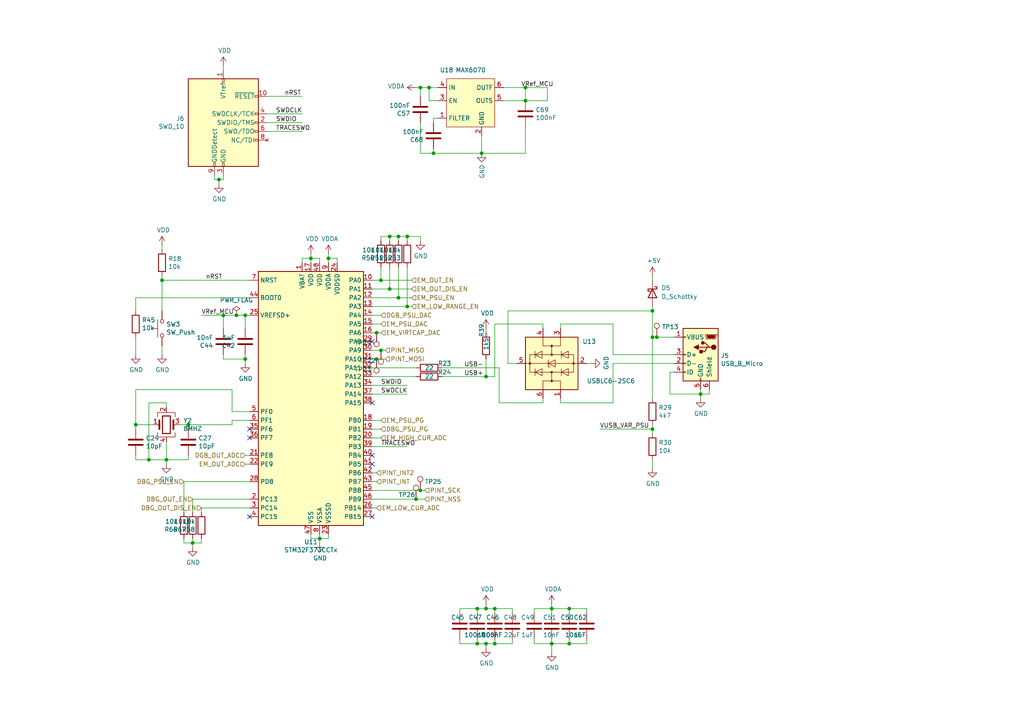
<source format=kicad_sch>
(kicad_sch (version 20230121) (generator eeschema)
  (paper "A4")
  (title_block (title "Emulator MCU") (date "2022-08-16") (rev "2.1"))
  (lib_symbols
    (symbol "Connector:TestPoint" (pin_numbers hide) (pin_names (offset 0.762) hide)
      (property "Reference" "TP" (at 0 6.858 0))
      (property "Value" "TestPoint" (at 0 5.08 0))
      (symbol "TestPoint_0_1"
        (circle (center 0 3.302) (radius 0.762))
      )
      (symbol "TestPoint_1_1"
        (pin passive line (at 0 0 90) (length 2.54) (name "1") (number "1"))
      )
    )
    (symbol "Device:C" (pin_numbers hide) (pin_names (offset 0.254))
      (property "Reference" "C" (at 0.635 2.54 0))
      (property "Value" "C" (at 0.635 -2.54 0))
      (symbol "C_0_1"
        (polyline (pts (xy -2.032 -0.762) (xy 2.032 -0.762)) (stroke (width 0.508)))
        (polyline (pts (xy -2.032 0.762) (xy 2.032 0.762)) (stroke (width 0.508)))
      )
      (symbol "C_1_1"
        (pin passive line (at 0 3.81 270) (length 2.794) (name "~") (number "1"))
        (pin passive line (at 0 -3.81 90) (length 2.794) (name "~") (number "2"))
      )
    )
    (symbol "Device:Crystal_GND24" (pin_names (offset 1.016) hide)
      (property "Reference" "Y" (at 3.175 5.08 0))
      (property "Value" "Crystal_GND24" (at 3.175 3.175 0))
      (symbol "Crystal_GND24_0_1"
        (rectangle (start -1.143 2.54) (end 1.143 -2.54) (stroke (width 0.3048)))
        (polyline (pts (xy -2.54 0) (xy -2.032 0)))
        (polyline (pts (xy -2.032 -1.27) (xy -2.032 1.27)) (stroke (width 0.508)))
        (polyline (pts (xy 0 -3.81) (xy 0 -3.556)))
        (polyline (pts (xy 0 3.556) (xy 0 3.81)))
        (polyline (pts (xy 2.032 -1.27) (xy 2.032 1.27)) (stroke (width 0.508)))
        (polyline (pts (xy 2.032 0) (xy 2.54 0)))
        (polyline (pts (xy -2.54 -2.286) (xy -2.54 -3.556) (xy 2.54 -3.556) (xy 2.54 -2.286)))
        (polyline (pts (xy -2.54 2.286) (xy -2.54 3.556) (xy 2.54 3.556) (xy 2.54 2.286)))
      )
      (symbol "Crystal_GND24_1_1"
        (pin passive line (at -3.81 0 0) (length 1.27) (name "1") (number "1"))
        (pin passive line (at 0 5.08 270) (length 1.27) (name "2") (number "2"))
        (pin passive line (at 3.81 0 180) (length 1.27) (name "3") (number "3"))
        (pin passive line (at 0 -5.08 90) (length 1.27) (name "4") (number "4"))
      )
    )
    (symbol "Device:D_Schottky" (pin_numbers hide) (pin_names (offset 1.016) hide)
      (property "Reference" "D" (at 0 2.54 0))
      (property "Value" "D_Schottky" (at 0 -2.54 0))
      (symbol "D_Schottky_0_1"
        (polyline (pts (xy 1.27 0) (xy -1.27 0)))
        (polyline (pts (xy 1.27 1.27) (xy 1.27 -1.27) (xy -1.27 0) (xy 1.27 1.27)) (stroke (width 0.254)))
        (polyline (pts (xy -1.905 0.635) (xy -1.905 1.27) (xy -1.27 1.27) (xy -1.27 -1.27) (xy -0.635 -1.27) (xy -0.635 -0.635)) (stroke (width 0.254)))
      )
      (symbol "D_Schottky_1_1"
        (pin passive line (at -3.81 0 0) (length 2.54) (name "K") (number "1"))
        (pin passive line (at 3.81 0 180) (length 2.54) (name "A") (number "2"))
      )
    )
    (symbol "Device:R" (pin_numbers hide) (pin_names (offset 0))
      (property "Reference" "R" (at 2.032 0 90))
      (property "Value" "R" (at 0 0 90))
      (symbol "R_0_1"
        (rectangle (start -1.016 -2.54) (end 1.016 2.54) (stroke (width 0.254)))
      )
      (symbol "R_1_1"
        (pin passive line (at 0 3.81 270) (length 1.27) (name "~") (number "1"))
        (pin passive line (at 0 -3.81 90) (length 1.27) (name "~") (number "2"))
      )
    )
    (symbol "MCU_ST_STM32F3:STM32F373CCTx"
      (property "Reference" "U" (at -15.24 36.83 0))
      (property "Value" "STM32F373CCTx" (at 10.16 36.83 0))
      (symbol "STM32F373CCTx_0_1"
        (rectangle (start -15.24 -38.1) (end 15.24 35.56) (stroke (width 0.254)) (fill (type background)))
      )
      (symbol "STM32F373CCTx_1_1"
        (pin power_in line (at -2.54 38.1 270) (length 2.54) (name "VBAT") (number "1"))
        (pin bidirectional line (at 17.78 33.02 180) (length 2.54) (name "PA0") (number "10"))
        (pin bidirectional line (at 17.78 30.48 180) (length 2.54) (name "PA1") (number "11"))
        (pin bidirectional line (at 17.78 27.94 180) (length 2.54) (name "PA2") (number "12"))
        (pin bidirectional line (at 17.78 25.4 180) (length 2.54) (name "PA3") (number "13"))
        (pin bidirectional line (at 17.78 22.86 180) (length 2.54) (name "PA4") (number "14"))
        (pin bidirectional line (at 17.78 20.32 180) (length 2.54) (name "PA5") (number "15"))
        (pin bidirectional line (at 17.78 17.78 180) (length 2.54) (name "PA6") (number "16"))
        (pin power_in line (at 0 38.1 270) (length 2.54) (name "VDD") (number "17"))
        (pin bidirectional line (at 17.78 -7.62 180) (length 2.54) (name "PB0") (number "18"))
        (pin bidirectional line (at 17.78 -10.16 180) (length 2.54) (name "PB1") (number "19"))
        (pin bidirectional line (at -17.78 -30.48 0) (length 2.54) (name "PC13") (number "2"))
        (pin bidirectional line (at 17.78 -12.7 180) (length 2.54) (name "PB2") (number "20"))
        (pin bidirectional line (at -17.78 -17.78 0) (length 2.54) (name "PE8") (number "21"))
        (pin bidirectional line (at -17.78 -20.32 0) (length 2.54) (name "PE9") (number "22"))
        (pin power_in line (at 5.08 -40.64 90) (length 2.54) (name "VSSSD") (number "23"))
        (pin power_in line (at 7.62 38.1 270) (length 2.54) (name "VDDSD") (number "24"))
        (pin power_in line (at -17.78 22.86 0) (length 2.54) (name "VREFSD+") (number "25"))
        (pin bidirectional line (at 17.78 -33.02 180) (length 2.54) (name "PB14") (number "26"))
        (pin bidirectional line (at 17.78 -35.56 180) (length 2.54) (name "PB15") (number "27"))
        (pin bidirectional line (at -17.78 -25.4 0) (length 2.54) (name "PD8") (number "28"))
        (pin bidirectional line (at 17.78 15.24 180) (length 2.54) (name "PA8") (number "29"))
        (pin bidirectional line (at -17.78 -33.02 0) (length 2.54) (name "PC14") (number "3"))
        (pin bidirectional line (at 17.78 12.7 180) (length 2.54) (name "PA9") (number "30"))
        (pin bidirectional line (at 17.78 10.16 180) (length 2.54) (name "PA10") (number "31"))
        (pin bidirectional line (at 17.78 7.62 180) (length 2.54) (name "PA11") (number "32"))
        (pin bidirectional line (at 17.78 5.08 180) (length 2.54) (name "PA12") (number "33"))
        (pin bidirectional line (at 17.78 2.54 180) (length 2.54) (name "PA13") (number "34"))
        (pin bidirectional line (at -17.78 -10.16 0) (length 2.54) (name "PF6") (number "35"))
        (pin bidirectional line (at -17.78 -12.7 0) (length 2.54) (name "PF7") (number "36"))
        (pin bidirectional line (at 17.78 0 180) (length 2.54) (name "PA14") (number "37"))
        (pin bidirectional line (at 17.78 -2.54 180) (length 2.54) (name "PA15") (number "38"))
        (pin bidirectional line (at 17.78 -15.24 180) (length 2.54) (name "PB3") (number "39"))
        (pin bidirectional line (at -17.78 -35.56 0) (length 2.54) (name "PC15") (number "4"))
        (pin bidirectional line (at 17.78 -17.78 180) (length 2.54) (name "PB4") (number "40"))
        (pin bidirectional line (at 17.78 -20.32 180) (length 2.54) (name "PB5") (number "41"))
        (pin bidirectional line (at 17.78 -22.86 180) (length 2.54) (name "PB6") (number "42"))
        (pin bidirectional line (at 17.78 -25.4 180) (length 2.54) (name "PB7") (number "43"))
        (pin input line (at -17.78 27.94 0) (length 2.54) (name "BOOT0") (number "44"))
        (pin bidirectional line (at 17.78 -27.94 180) (length 2.54) (name "PB8") (number "45"))
        (pin bidirectional line (at 17.78 -30.48 180) (length 2.54) (name "PB9") (number "46"))
        (pin power_in line (at 0 -40.64 90) (length 2.54) (name "VSS") (number "47"))
        (pin power_in line (at 2.54 38.1 270) (length 2.54) (name "VDD") (number "48"))
        (pin input line (at -17.78 -5.08 0) (length 2.54) (name "PF0") (number "5"))
        (pin input line (at -17.78 -7.62 0) (length 2.54) (name "PF1") (number "6"))
        (pin input line (at -17.78 33.02 0) (length 2.54) (name "NRST") (number "7"))
        (pin power_in line (at 2.54 -40.64 90) (length 2.54) (name "VSSA") (number "8"))
        (pin power_in line (at 5.08 38.1 270) (length 2.54) (name "VDDA") (number "9"))
      )
    )
    (symbol "Power_Protection:USBLC6-2SC6" (pin_names hide)
      (property "Reference" "U" (at 2.54 8.89 0))
      (property "Value" "USBLC6-2SC6" (at 2.54 -8.89 0))
      (symbol "USBLC6-2SC6_0_1"
        (rectangle (start -7.62 -7.62) (end 7.62 7.62) (stroke (width 0.254)) (fill (type background)))
        (circle (center -5.08 0) (radius 0.254) (fill (type outline)))
        (circle (center -2.54 0) (radius 0.254) (fill (type outline)))
        (rectangle (start -2.54 6.35) (end 2.54 -6.35))
        (circle (center 0 -6.35) (radius 0.254) (fill (type outline)))
        (polyline (pts (xy -5.08 -2.54) (xy -7.62 -2.54)))
        (polyline (pts (xy -5.08 0) (xy -5.08 -2.54)))
        (polyline (pts (xy -5.08 2.54) (xy -7.62 2.54)))
        (polyline (pts (xy -1.524 -2.794) (xy -3.556 -2.794)))
        (polyline (pts (xy -1.524 4.826) (xy -3.556 4.826)))
        (polyline (pts (xy 0 -7.62) (xy 0 -6.35)))
        (polyline (pts (xy 0 -6.35) (xy 0 1.27)))
        (polyline (pts (xy 0 1.27) (xy 0 6.35)))
        (polyline (pts (xy 0 6.35) (xy 0 7.62)))
        (polyline (pts (xy 1.524 -2.794) (xy 3.556 -2.794)))
        (polyline (pts (xy 1.524 4.826) (xy 3.556 4.826)))
        (polyline (pts (xy 5.08 -2.54) (xy 7.62 -2.54)))
        (polyline (pts (xy 5.08 0) (xy 5.08 -2.54)))
        (polyline (pts (xy 5.08 2.54) (xy 7.62 2.54)))
        (polyline (pts (xy -2.54 0) (xy -5.08 0) (xy -5.08 2.54)))
        (polyline (pts (xy 2.54 0) (xy 5.08 0) (xy 5.08 2.54)))
        (polyline (pts (xy -3.556 -4.826) (xy -1.524 -4.826) (xy -2.54 -2.794) (xy -3.556 -4.826)))
        (polyline (pts (xy -3.556 2.794) (xy -1.524 2.794) (xy -2.54 4.826) (xy -3.556 2.794)))
        (polyline (pts (xy -1.016 -1.016) (xy 1.016 -1.016) (xy 0 1.016) (xy -1.016 -1.016)))
        (polyline (pts (xy 1.016 1.016) (xy 0.762 1.016) (xy -1.016 1.016) (xy -1.016 0.508)))
        (polyline (pts (xy 3.556 -4.826) (xy 1.524 -4.826) (xy 2.54 -2.794) (xy 3.556 -4.826)))
        (polyline (pts (xy 3.556 2.794) (xy 1.524 2.794) (xy 2.54 4.826) (xy 3.556 2.794)))
        (circle (center 0 6.35) (radius 0.254) (fill (type outline)))
        (circle (center 2.54 0) (radius 0.254) (fill (type outline)))
        (circle (center 5.08 0) (radius 0.254) (fill (type outline)))
      )
      (symbol "USBLC6-2SC6_1_1"
        (pin passive line (at -10.16 -2.54 0) (length 2.54) (name "I/O1") (number "1"))
        (pin passive line (at 0 -10.16 90) (length 2.54) (name "GND") (number "2"))
        (pin passive line (at 10.16 -2.54 180) (length 2.54) (name "I/O2") (number "3"))
        (pin passive line (at 10.16 2.54 180) (length 2.54) (name "I/O2") (number "4"))
        (pin passive line (at 0 10.16 270) (length 2.54) (name "VBUS") (number "5"))
        (pin passive line (at -10.16 2.54 0) (length 2.54) (name "I/O1") (number "6"))
      )
    )
    (symbol "Switch:SW_Push" (pin_numbers hide) (pin_names (offset 1.016) hide)
      (property "Reference" "SW" (at 1.27 2.54 0))
      (property "Value" "SW_Push" (at 0 -1.524 0))
      (symbol "SW_Push_0_1"
        (circle (center -2.032 0) (radius 0.508))
        (polyline (pts (xy 0 1.27) (xy 0 3.048)))
        (polyline (pts (xy 2.54 1.27) (xy -2.54 1.27)))
        (circle (center 2.032 0) (radius 0.508))
        (pin passive line (at -5.08 0 0) (length 2.54) (name "1") (number "1"))
        (pin passive line (at 5.08 0 180) (length 2.54) (name "2") (number "2"))
      )
    )
    (symbol "jaspers_lib:MAX6070"
      (property "Reference" "U" (at -10.16 16.51 0))
      (property "Value" "MAX6070" (at -6.35 -2.54 0))
      (symbol "MAX6070_0_1"
        (rectangle (start -10.16 13.97) (end 3.81 0) (fill (type background)))
      )
      (symbol "MAX6070_1_1"
        (pin input line (at -12.7 2.54 0) (length 2.54) (name "FILTER") (number "1"))
        (pin input line (at 0 -2.54 90) (length 2.54) (name "GND") (number "2"))
        (pin input line (at -12.7 7.62 0) (length 2.54) (name "EN") (number "3"))
        (pin input line (at -12.7 11.43 0) (length 2.54) (name "IN") (number "4"))
        (pin input line (at 6.35 7.62 180) (length 2.54) (name "OUTS") (number "5"))
        (pin input line (at 6.35 11.43 180) (length 2.54) (name "OUTF") (number "6"))
      )
    )
    (symbol "jaspers_lib:SWD_10" (pin_names (offset 1.016))
      (property "Reference" "J" (at -2.54 16.51 0))
      (property "Value" "SWD_10" (at -2.54 13.97 0))
      (symbol "SWD_10_0_1"
        (rectangle (start -10.16 12.7) (end 10.16 -12.7) (stroke (width 0.254)) (fill (type background)))
        (rectangle (start -2.794 -12.7) (end -2.286 -11.684))
        (rectangle (start -0.254 -12.7) (end 0.254 -11.684))
        (rectangle (start -0.254 12.7) (end 0.254 11.684))
        (rectangle (start 9.144 2.286) (end 10.16 2.794))
        (rectangle (start 10.16 -2.794) (end 9.144 -2.286))
        (rectangle (start 10.16 -0.254) (end 9.144 0.254))
        (rectangle (start 10.16 7.874) (end 9.144 7.366))
      )
      (symbol "SWD_10_1_1"
        (rectangle (start 9.144 -5.334) (end 10.16 -4.826))
        (pin power_in line (at 0 15.24 270) (length 2.54) (name "VTref") (number "1"))
        (pin open_collector line (at 12.7 7.62 180) (length 2.54) (name "~{RESET}") (number "10"))
        (pin bidirectional line (at 12.7 0 180) (length 2.54) (name "SWDIO/TMS") (number "2"))
        (pin power_in line (at 0 -15.24 90) (length 2.54) (name "GND") (number "3"))
        (pin input line (at 12.7 2.54 180) (length 2.54) (name "SWDCLK/TCK") (number "4"))
        (pin passive line (at 0 -15.24 90) (length 2.54) hide (name "GND") (number "5"))
        (pin input line (at 12.7 -2.54 180) (length 2.54) (name "SWO/TDO") (number "6"))
        (pin no_connect line (at -10.16 0 0) (length 2.54) hide (name "KEY") (number "7"))
        (pin no_connect line (at 12.7 -5.08 180) (length 2.54) (name "NC/TDI") (number "8"))
        (pin passive line (at -2.54 -15.24 90) (length 2.54) (name "GNDDetect") (number "9"))
      )
    )
    (symbol "jaspers_lib:USB_B_Micro" (pin_names (offset 1.016))
      (property "Reference" "J" (at -5.08 11.43 0))
      (property "Value" "USB_B_Micro" (at -5.08 8.89 0))
      (symbol "USB_B_Micro_0_1"
        (rectangle (start -5.08 -7.62) (end 5.08 7.62) (stroke (width 0.254)) (fill (type background)))
        (circle (center -3.81 2.159) (radius 0.635) (stroke (width 0.254)) (fill (type outline)))
        (circle (center -0.635 3.429) (radius 0.381) (stroke (width 0.254)) (fill (type outline)))
        (rectangle (start -0.127 -7.62) (end 0.127 -6.858))
        (polyline (pts (xy -1.905 2.159) (xy 0.635 2.159)) (stroke (width 0.254)))
        (polyline (pts (xy -3.175 2.159) (xy -2.54 2.159) (xy -1.27 3.429) (xy -0.635 3.429)) (stroke (width 0.254)))
        (polyline (pts (xy -2.54 2.159) (xy -1.905 2.159) (xy -1.27 0.889) (xy 0 0.889)) (stroke (width 0.254)))
        (polyline (pts (xy 0.635 2.794) (xy 0.635 1.524) (xy 1.905 2.159) (xy 0.635 2.794)) (stroke (width 0.254)) (fill (type outline)))
        (polyline (pts (xy -4.318 5.588) (xy -1.778 5.588) (xy -2.032 4.826) (xy -4.064 4.826) (xy -4.318 5.588)) (fill (type outline)))
        (polyline (pts (xy -4.699 5.842) (xy -4.699 5.588) (xy -4.445 4.826) (xy -4.445 4.572) (xy -1.651 4.572) (xy -1.651 4.826) (xy -1.397 5.588) (xy -1.397 5.842) (xy -4.699 5.842)))
        (rectangle (start 0.254 1.27) (end -0.508 0.508) (stroke (width 0.254)) (fill (type outline)))
        (rectangle (start 5.08 -5.207) (end 4.318 -4.953))
        (rectangle (start 5.08 -2.667) (end 4.318 -2.413))
        (rectangle (start 5.08 -0.127) (end 4.318 0.127))
        (rectangle (start 5.08 4.953) (end 4.318 5.207))
      )
      (symbol "USB_B_Micro_1_1"
        (pin power_out line (at 7.62 5.08 180) (length 2.54) (name "VBUS") (number "1"))
        (pin passive line (at 7.62 -2.54 180) (length 2.54) (name "D-") (number "2"))
        (pin passive line (at 7.62 0 180) (length 2.54) (name "D+") (number "3"))
        (pin passive line (at 7.62 -5.08 180) (length 2.54) (name "ID") (number "4"))
        (pin power_out line (at 0 -10.16 90) (length 2.54) (name "GND") (number "5"))
        (pin passive line (at -2.54 -10.16 90) (length 2.54) (name "Shield") (number "6"))
      )
    )
    (symbol "power:+5V" (power) (pin_names (offset 0))
      (property "Value" "+5V" (at 0 3.556 0))
      (symbol "+5V_0_1"
        (polyline (pts (xy -0.762 1.27) (xy 0 2.54)))
        (polyline (pts (xy 0 0) (xy 0 2.54)))
        (polyline (pts (xy 0 2.54) (xy 0.762 1.27)))
      )
      (symbol "+5V_1_1"
        (pin power_in line (at 0 0 90) (length 0) hide (name "+5V") (number "1"))
      )
    )
    (symbol "power:GND" (power) (pin_names (offset 0))
      (property "Value" "GND" (at 0 -3.81 0))
      (symbol "GND_0_1"
        (polyline (pts (xy 0 0) (xy 0 -1.27) (xy 1.27 -1.27) (xy 0 -2.54) (xy -1.27 -1.27) (xy 0 -1.27)))
      )
      (symbol "GND_1_1"
        (pin power_in line (at 0 0 270) (length 0) hide (name "GND") (number "1"))
      )
    )
    (symbol "power:PWR_FLAG" (power) (pin_numbers hide) (pin_names (offset 0) hide)
      (property "Value" "PWR_FLAG" (at 0 3.81 0))
      (symbol "PWR_FLAG_0_0"
        (pin power_out line (at 0 0 90) (length 0) (name "pwr") (number "1"))
      )
      (symbol "PWR_FLAG_0_1"
        (polyline (pts (xy 0 0) (xy 0 1.27) (xy -1.016 1.905) (xy 0 2.54) (xy 1.016 1.905) (xy 0 1.27)))
      )
    )
    (symbol "power:VDD" (power) (pin_names (offset 0))
      (property "Value" "VDD" (at 0 3.81 0))
      (symbol "VDD_0_1"
        (polyline (pts (xy -0.762 1.27) (xy 0 2.54)))
        (polyline (pts (xy 0 0) (xy 0 2.54)))
        (polyline (pts (xy 0 2.54) (xy 0.762 1.27)))
      )
      (symbol "VDD_1_1"
        (pin power_in line (at 0 0 90) (length 0) hide (name "VDD") (number "1"))
      )
    )
    (symbol "power:VDDA" (power) (pin_names (offset 0))
      (property "Value" "VDDA" (at 0 3.81 0))
      (symbol "VDDA_0_1"
        (polyline (pts (xy -0.762 1.27) (xy 0 2.54)))
        (polyline (pts (xy 0 0) (xy 0 2.54)))
        (polyline (pts (xy 0 2.54) (xy 0.762 1.27)))
      )
      (symbol "VDDA_1_1"
        (pin power_in line (at 0 0 90) (length 0) hide (name "VDDA") (number "1"))
      )
    )
  )
  (junction (at 138.43 176.53))
  (junction (at 115.57 68.58))
  (junction (at 140.97 176.53))
  (junction (at 71.12 104.14))
  (junction (at 48.26 133.35))
  (junction (at 55.88 157.48))
  (junction (at 165.1 186.69))
  (junction (at 43.18 133.35))
  (junction (at 143.51 186.69))
  (junction (at 139.7 44.45))
  (junction (at 90.17 74.93))
  (junction (at 118.11 88.9))
  (junction (at 203.2 114.3))
  (junction (at 152.4 25.4))
  (junction (at 54.61 123.19))
  (junction (at 160.02 176.53))
  (junction (at 140.97 109.22))
  (junction (at 109.22 104.14))
  (junction (at 189.23 97.79))
  (junction (at 115.57 86.36))
  (junction (at 189.23 90.17))
  (junction (at 113.03 68.58))
  (junction (at 46.99 81.28))
  (junction (at 143.51 176.53))
  (junction (at 64.77 91.44))
  (junction (at 109.22 96.52))
  (junction (at 120.65 144.78))
  (junction (at 110.49 81.28))
  (junction (at 190.5 97.79))
  (junction (at 160.02 186.69))
  (junction (at 63.5 52.07))
  (junction (at 152.4 29.21))
  (junction (at 165.1 176.53))
  (junction (at 39.37 123.19))
  (junction (at 125.73 44.45))
  (junction (at 138.43 186.69))
  (junction (at 189.23 124.46))
  (junction (at 113.03 83.82))
  (junction (at 92.71 156.21))
  (junction (at 68.58 91.44))
  (junction (at 118.11 68.58))
  (junction (at 140.97 186.69))
  (junction (at 121.92 25.4))
  (junction (at 110.49 101.6))
  (junction (at 121.92 142.24))
  (junction (at 124.46 25.4))
  (junction (at 95.25 74.93))
  (junction (at 71.12 91.44))
  (no_connect (at 72.39 127))
  (no_connect (at 107.95 132.08))
  (no_connect (at 107.95 149.86))
  (no_connect (at 72.39 124.46))
  (no_connect (at 72.39 149.86))
  (no_connect (at 107.95 116.84))
  (no_connect (at 107.95 99.06))
  (no_connect (at 107.95 134.62))
  (wire (pts (xy 71.12 132.08) (xy 72.39 132.08)))
  (wire (pts (xy 154.94 186.69) (xy 160.02 186.69)))
  (wire (pts (xy 139.7 44.45) (xy 152.4 44.45)))
  (wire (pts (xy 160.02 176.53) (xy 165.1 176.53)))
  (wire (pts (xy 147.32 105.41) (xy 149.86 105.41)))
  (wire (pts (xy 158.75 29.21) (xy 158.75 25.4)))
  (wire (pts (xy 138.43 176.53) (xy 140.97 176.53)))
  (wire (pts (xy 160.02 175.26) (xy 160.02 176.53)))
  (wire (pts (xy 205.74 114.3) (xy 203.2 114.3)))
  (wire (pts (xy 138.43 177.8) (xy 138.43 176.53)))
  (wire (pts (xy 118.11 77.47) (xy 118.11 88.9)))
  (wire (pts (xy 144.78 106.68) (xy 144.78 116.84)))
  (wire (pts (xy 64.77 19.05) (xy 64.77 20.32)))
  (wire (pts (xy 115.57 86.36) (xy 119.38 86.36)))
  (wire (pts (xy 110.49 69.85) (xy 110.49 68.58)))
  (wire (pts (xy 48.26 128.27) (xy 48.26 133.35)))
  (wire (pts (xy 90.17 154.94) (xy 90.17 156.21)))
  (wire (pts (xy 95.25 154.94) (xy 95.25 156.21)))
  (wire (pts (xy 195.58 107.95) (xy 194.31 107.95)))
  (wire (pts (xy 71.12 91.44) (xy 72.39 91.44)))
  (wire (pts (xy 48.26 118.11) (xy 48.26 116.84)))
  (wire (pts (xy 92.71 156.21) (xy 92.71 154.94)))
  (wire (pts (xy 110.49 77.47) (xy 110.49 81.28)))
  (wire (pts (xy 92.71 74.93) (xy 90.17 74.93)))
  (wire (pts (xy 107.95 111.76) (xy 118.11 111.76)))
  (wire (pts (xy 53.34 157.48) (xy 53.34 156.21)))
  (wire (pts (xy 64.77 104.14) (xy 71.12 104.14)))
  (wire (pts (xy 115.57 77.47) (xy 115.57 86.36)))
  (wire (pts (xy 158.75 25.4) (xy 152.4 25.4)))
  (wire (pts (xy 107.95 81.28) (xy 110.49 81.28)))
  (wire (pts (xy 46.99 72.39) (xy 46.99 71.12)))
  (wire (pts (xy 189.23 80.01) (xy 189.23 81.28)))
  (wire (pts (xy 63.5 52.07) (xy 64.77 52.07)))
  (wire (pts (xy 107.95 101.6) (xy 110.49 101.6)))
  (wire (pts (xy 54.61 132.08) (xy 54.61 133.35)))
  (wire (pts (xy 87.63 74.93) (xy 87.63 76.2)))
  (wire (pts (xy 107.95 142.24) (xy 121.92 142.24)))
  (wire (pts (xy 107.95 86.36) (xy 115.57 86.36)))
  (wire (pts (xy 111.76 104.14) (xy 109.22 104.14)))
  (wire (pts (xy 133.35 177.8) (xy 133.35 176.53)))
  (wire (pts (xy 107.95 114.3) (xy 118.11 114.3)))
  (wire (pts (xy 120.65 25.4) (xy 121.92 25.4)))
  (wire (pts (xy 58.42 147.32) (xy 58.42 148.59)))
  (wire (pts (xy 189.23 133.35) (xy 189.23 135.89)))
  (wire (pts (xy 160.02 186.69) (xy 160.02 189.23)))
  (wire (pts (xy 152.4 29.21) (xy 158.75 29.21)))
  (wire (pts (xy 43.18 133.35) (xy 39.37 133.35)))
  (wire (pts (xy 46.99 100.33) (xy 46.99 102.87)))
  (wire (pts (xy 121.92 25.4) (xy 124.46 25.4)))
  (wire (pts (xy 95.25 74.93) (xy 97.79 74.93)))
  (wire (pts (xy 90.17 74.93) (xy 90.17 73.66)))
  (wire (pts (xy 72.39 86.36) (xy 39.37 86.36)))
  (wire (pts (xy 87.63 27.94) (xy 77.47 27.94)))
  (wire (pts (xy 177.8 105.41) (xy 177.8 116.84)))
  (wire (pts (xy 165.1 176.53) (xy 165.1 177.8)))
  (wire (pts (xy 138.43 186.69) (xy 140.97 186.69)))
  (wire (pts (xy 143.51 93.98) (xy 143.51 109.22)))
  (wire (pts (xy 39.37 113.03) (xy 67.31 113.03)))
  (wire (pts (xy 48.26 133.35) (xy 43.18 133.35)))
  (wire (pts (xy 107.95 88.9) (xy 118.11 88.9)))
  (wire (pts (xy 121.92 25.4) (xy 121.92 27.94)))
  (wire (pts (xy 107.95 124.46) (xy 110.49 124.46)))
  (wire (pts (xy 140.97 95.25) (xy 140.97 96.52)))
  (wire (pts (xy 144.78 116.84) (xy 157.48 116.84)))
  (wire (pts (xy 177.8 116.84) (xy 162.56 116.84)))
  (wire (pts (xy 113.03 83.82) (xy 119.38 83.82)))
  (wire (pts (xy 68.58 91.44) (xy 71.12 91.44)))
  (wire (pts (xy 140.97 104.14) (xy 140.97 109.22)))
  (wire (pts (xy 97.79 74.93) (xy 97.79 76.2)))
  (wire (pts (xy 146.05 25.4) (xy 152.4 25.4)))
  (wire (pts (xy 120.65 144.78) (xy 123.19 144.78)))
  (wire (pts (xy 143.51 176.53) (xy 148.59 176.53)))
  (wire (pts (xy 39.37 113.03) (xy 39.37 123.19)))
  (wire (pts (xy 71.12 102.87) (xy 71.12 104.14)))
  (wire (pts (xy 147.32 105.41) (xy 147.32 90.17)))
  (wire (pts (xy 125.73 44.45) (xy 139.7 44.45)))
  (wire (pts (xy 72.39 144.78) (xy 55.88 144.78)))
  (wire (pts (xy 143.51 93.98) (xy 157.48 93.98)))
  (wire (pts (xy 64.77 95.25) (xy 64.77 91.44)))
  (wire (pts (xy 107.95 93.98) (xy 110.49 93.98)))
  (wire (pts (xy 195.58 105.41) (xy 177.8 105.41)))
  (wire (pts (xy 54.61 123.19) (xy 52.07 123.19)))
  (wire (pts (xy 43.18 116.84) (xy 43.18 133.35)))
  (wire (pts (xy 77.47 35.56) (xy 87.63 35.56)))
  (wire (pts (xy 127 29.21) (xy 124.46 29.21)))
  (wire (pts (xy 90.17 74.93) (xy 87.63 74.93)))
  (wire (pts (xy 177.8 102.87) (xy 195.58 102.87)))
  (wire (pts (xy 90.17 156.21) (xy 92.71 156.21)))
  (wire (pts (xy 64.77 102.87) (xy 64.77 104.14)))
  (wire (pts (xy 107.95 144.78) (xy 120.65 144.78)))
  (wire (pts (xy 160.02 186.69) (xy 165.1 186.69)))
  (wire (pts (xy 67.31 123.19) (xy 54.61 123.19)))
  (wire (pts (xy 118.11 68.58) (xy 121.92 68.58)))
  (wire (pts (xy 190.5 97.79) (xy 195.58 97.79)))
  (wire (pts (xy 115.57 68.58) (xy 115.57 69.85)))
  (wire (pts (xy 67.31 121.92) (xy 67.31 123.19)))
  (wire (pts (xy 152.4 36.83) (xy 152.4 44.45)))
  (wire (pts (xy 128.27 106.68) (xy 144.78 106.68)))
  (wire (pts (xy 177.8 93.98) (xy 177.8 102.87)))
  (wire (pts (xy 55.88 157.48) (xy 53.34 157.48)))
  (wire (pts (xy 107.95 137.16) (xy 109.22 137.16)))
  (wire (pts (xy 170.18 185.42) (xy 170.18 186.69)))
  (wire (pts (xy 39.37 123.19) (xy 44.45 123.19)))
  (wire (pts (xy 107.95 96.52) (xy 109.22 96.52)))
  (wire (pts (xy 189.23 124.46) (xy 189.23 125.73)))
  (wire (pts (xy 118.11 68.58) (xy 118.11 69.85)))
  (wire (pts (xy 110.49 68.58) (xy 113.03 68.58)))
  (wire (pts (xy 194.31 114.3) (xy 203.2 114.3)))
  (wire (pts (xy 190.5 97.79) (xy 189.23 97.79)))
  (wire (pts (xy 133.35 176.53) (xy 138.43 176.53)))
  (wire (pts (xy 124.46 29.21) (xy 124.46 25.4)))
  (wire (pts (xy 92.71 156.21) (xy 92.71 157.48)))
  (wire (pts (xy 77.47 38.1) (xy 87.63 38.1)))
  (wire (pts (xy 107.95 147.32) (xy 109.22 147.32)))
  (wire (pts (xy 147.32 90.17) (xy 189.23 90.17)))
  (wire (pts (xy 55.88 157.48) (xy 55.88 158.75)))
  (wire (pts (xy 71.12 134.62) (xy 72.39 134.62)))
  (wire (pts (xy 113.03 68.58) (xy 115.57 68.58)))
  (wire (pts (xy 46.99 81.28) (xy 72.39 81.28)))
  (wire (pts (xy 160.02 185.42) (xy 160.02 186.69)))
  (wire (pts (xy 54.61 133.35) (xy 48.26 133.35)))
  (wire (pts (xy 165.1 186.69) (xy 165.1 185.42)))
  (wire (pts (xy 71.12 95.25) (xy 71.12 91.44)))
  (wire (pts (xy 107.95 121.92) (xy 110.49 121.92)))
  (wire (pts (xy 63.5 52.07) (xy 63.5 53.34)))
  (wire (pts (xy 110.49 81.28) (xy 119.38 81.28)))
  (wire (pts (xy 143.51 186.69) (xy 148.59 186.69)))
  (wire (pts (xy 203.2 114.3) (xy 203.2 115.57)))
  (wire (pts (xy 39.37 124.46) (xy 39.37 123.19)))
  (wire (pts (xy 39.37 97.79) (xy 39.37 102.87)))
  (wire (pts (xy 48.26 134.62) (xy 48.26 133.35)))
  (wire (pts (xy 107.95 106.68) (xy 120.65 106.68)))
  (wire (pts (xy 67.31 119.38) (xy 72.39 119.38)))
  (wire (pts (xy 140.97 176.53) (xy 143.51 176.53)))
  (wire (pts (xy 139.7 44.45) (xy 139.7 39.37)))
  (wire (pts (xy 160.02 177.8) (xy 160.02 176.53)))
  (wire (pts (xy 90.17 76.2) (xy 90.17 74.93)))
  (wire (pts (xy 140.97 109.22) (xy 143.51 109.22)))
  (wire (pts (xy 53.34 139.7) (xy 72.39 139.7)))
  (wire (pts (xy 140.97 186.69) (xy 140.97 187.96)))
  (wire (pts (xy 107.95 83.82) (xy 113.03 83.82)))
  (wire (pts (xy 72.39 121.92) (xy 67.31 121.92)))
  (wire (pts (xy 194.31 107.95) (xy 194.31 114.3)))
  (wire (pts (xy 133.35 185.42) (xy 133.35 186.69)))
  (wire (pts (xy 58.42 157.48) (xy 55.88 157.48)))
  (wire (pts (xy 95.25 76.2) (xy 95.25 74.93)))
  (wire (pts (xy 121.92 44.45) (xy 125.73 44.45)))
  (wire (pts (xy 46.99 80.01) (xy 46.99 81.28)))
  (wire (pts (xy 121.92 68.58) (xy 121.92 69.85)))
  (wire (pts (xy 189.23 97.79) (xy 189.23 115.57)))
  (wire (pts (xy 121.92 35.56) (xy 121.92 44.45)))
  (wire (pts (xy 62.23 52.07) (xy 63.5 52.07)))
  (wire (pts (xy 148.59 186.69) (xy 148.59 185.42)))
  (wire (pts (xy 138.43 185.42) (xy 138.43 186.69)))
  (wire (pts (xy 113.03 77.47) (xy 113.03 83.82)))
  (wire (pts (xy 113.03 68.58) (xy 113.03 69.85)))
  (wire (pts (xy 54.61 124.46) (xy 54.61 123.19)))
  (wire (pts (xy 77.47 33.02) (xy 87.63 33.02)))
  (wire (pts (xy 64.77 91.44) (xy 68.58 91.44)))
  (wire (pts (xy 189.23 123.19) (xy 189.23 124.46)))
  (wire (pts (xy 115.57 68.58) (xy 118.11 68.58)))
  (wire (pts (xy 189.23 90.17) (xy 189.23 97.79)))
  (wire (pts (xy 128.27 109.22) (xy 140.97 109.22)))
  (wire (pts (xy 64.77 52.07) (xy 64.77 50.8)))
  (wire (pts (xy 189.23 88.9) (xy 189.23 90.17)))
  (wire (pts (xy 165.1 176.53) (xy 170.18 176.53)))
  (wire (pts (xy 95.25 74.93) (xy 95.25 73.66)))
  (wire (pts (xy 162.56 116.84) (xy 162.56 115.57)))
  (wire (pts (xy 157.48 95.25) (xy 157.48 93.98)))
  (wire (pts (xy 133.35 186.69) (xy 138.43 186.69)))
  (wire (pts (xy 148.59 176.53) (xy 148.59 177.8)))
  (wire (pts (xy 205.74 113.03) (xy 205.74 114.3)))
  (wire (pts (xy 107.95 109.22) (xy 120.65 109.22)))
  (wire (pts (xy 110.49 101.6) (xy 111.76 101.6)))
  (wire (pts (xy 62.23 50.8) (xy 62.23 52.07)))
  (wire (pts (xy 170.18 186.69) (xy 165.1 186.69)))
  (wire (pts (xy 55.88 156.21) (xy 55.88 157.48)))
  (wire (pts (xy 203.2 113.03) (xy 203.2 114.3)))
  (wire (pts (xy 58.42 147.32) (xy 72.39 147.32)))
  (wire (pts (xy 39.37 86.36) (xy 39.37 90.17)))
  (wire (pts (xy 53.34 139.7) (xy 53.34 148.59)))
  (wire (pts (xy 125.73 35.56) (xy 125.73 34.29)))
  (wire (pts (xy 107.95 129.54) (xy 118.11 129.54)))
  (wire (pts (xy 71.12 104.14) (xy 71.12 105.41)))
  (wire (pts (xy 154.94 185.42) (xy 154.94 186.69)))
  (wire (pts (xy 154.94 177.8) (xy 154.94 176.53)))
  (wire (pts (xy 143.51 185.42) (xy 143.51 186.69)))
  (wire (pts (xy 152.4 25.4) (xy 152.4 29.21)))
  (wire (pts (xy 48.26 116.84) (xy 43.18 116.84)))
  (wire (pts (xy 143.51 177.8) (xy 143.51 176.53)))
  (wire (pts (xy 107.95 91.44) (xy 110.49 91.44)))
  (wire (pts (xy 67.31 113.03) (xy 67.31 119.38)))
  (wire (pts (xy 162.56 95.25) (xy 162.56 93.98)))
  (wire (pts (xy 124.46 25.4) (xy 127 25.4)))
  (wire (pts (xy 58.42 156.21) (xy 58.42 157.48)))
  (wire (pts (xy 146.05 29.21) (xy 152.4 29.21)))
  (wire (pts (xy 107.95 127) (xy 110.49 127)))
  (wire (pts (xy 46.99 81.28) (xy 46.99 90.17)))
  (wire (pts (xy 55.88 144.78) (xy 55.88 148.59)))
  (wire (pts (xy 39.37 133.35) (xy 39.37 132.08)))
  (wire (pts (xy 107.95 139.7) (xy 109.22 139.7)))
  (wire (pts (xy 109.22 104.14) (xy 107.95 104.14)))
  (wire (pts (xy 125.73 34.29) (xy 127 34.29)))
  (wire (pts (xy 95.25 156.21) (xy 92.71 156.21)))
  (wire (pts (xy 140.97 175.26) (xy 140.97 176.53)))
  (wire (pts (xy 154.94 176.53) (xy 160.02 176.53)))
  (wire (pts (xy 157.48 116.84) (xy 157.48 115.57)))
  (wire (pts (xy 123.19 142.24) (xy 121.92 142.24)))
  (wire (pts (xy 170.18 105.41) (xy 171.45 105.41)))
  (wire (pts (xy 189.23 124.46) (xy 173.99 124.46)))
  (wire (pts (xy 109.22 96.52) (xy 110.49 96.52)))
  (wire (pts (xy 170.18 176.53) (xy 170.18 177.8)))
  (wire (pts (xy 140.97 186.69) (xy 143.51 186.69)))
  (wire (pts (xy 162.56 93.98) (xy 177.8 93.98)))
  (wire (pts (xy 125.73 44.45) (xy 125.73 43.18)))
  (wire (pts (xy 118.11 88.9) (xy 119.38 88.9)))
  (wire (pts (xy 92.71 76.2) (xy 92.71 74.93)))
  (wire (pts (xy 58.42 91.44) (xy 64.77 91.44)))
  (label "VRef_MCU" (at 151.13 25.4 0))
  (label "SWDIO" (at 80.01 35.56 0))
  (label "SWDIO" (at 110.49 111.76 0))
  (label "USB+" (at 134.62 109.22 0))
  (label "USB-" (at 134.62 106.68 0))
  (label "SWDCLK" (at 80.01 33.02 0))
  (label "VUSB_VAR_PSU" (at 173.99 124.46 0))
  (label "SWDCLK" (at 110.49 114.3 0))
  (label "nRST" (at 82.55 27.94 0))
  (label "nRST" (at 59.69 81.28 0))
  (label "TRACESWO" (at 80.01 38.1 0))
  (label "TRACESWO" (at 110.49 129.54 0))
  (label "VRef_MCU" (at 58.42 91.44 0))
  (hierarchical_label "EM_PSU_DAC" (shape input) (at 110.49 93.98 0))
  (hierarchical_label "PINT_MOSI" (shape input) (at 111.76 104.14 0))
  (hierarchical_label "PINT_SCK" (shape input) (at 123.19 142.24 0))
  (hierarchical_label "PINT_INT2" (shape input) (at 109.22 137.16 0))
  (hierarchical_label "DGB_OUT_ADC" (shape input) (at 71.12 132.08 180))
  (hierarchical_label "EM_LOW_CUR_ADC" (shape input) (at 109.22 147.32 0))
  (hierarchical_label "EM_VIRTCAP_DAC" (shape input) (at 110.49 96.52 0))
  (hierarchical_label "EM_PSU_PG" (shape input) (at 110.49 121.92 0))
  (hierarchical_label "DGB_PSU_DAC" (shape input) (at 110.49 91.44 0))
  (hierarchical_label "EM_LOW_RANGE_EN" (shape input) (at 119.38 88.9 0))
  (hierarchical_label "EM_OUT_ADC" (shape input) (at 71.12 134.62 180))
  (hierarchical_label "DBG_OUT_EN" (shape input) (at 55.88 144.78 180))
  (hierarchical_label "EM_PSU_EN" (shape input) (at 119.38 86.36 0))
  (hierarchical_label "PINT_INT" (shape input) (at 109.22 139.7 0))
  (hierarchical_label "DBG_PSU_PG" (shape input) (at 110.49 124.46 0))
  (hierarchical_label "PINT_NSS" (shape input) (at 123.19 144.78 0))
  (hierarchical_label "DBG_PSU_EN" (shape input) (at 53.34 139.7 180))
  (hierarchical_label "PINT_MISO" (shape input) (at 111.76 101.6 0))
  (hierarchical_label "EM_HIGH_CUR_ADC" (shape input) (at 110.49 127 0))
  (hierarchical_label "DBG_OUT_DIS_EN" (shape input) (at 58.42 147.32 180))
  (hierarchical_label "EM_OUT_EN" (shape input) (at 119.38 81.28 0))
  (hierarchical_label "EM_OUT_DIS_EN" (shape input) (at 119.38 83.82 0))
  (symbol (lib_id "power:GND") (at 171.45 105.41 90) (unit 1)
    (property "Reference" "#PWR0109" (effects hide))
    (property "Value" "GND" (at 175.8442 105.283 0))
  )
  (symbol (lib_id "power:GND") (at 140.97 187.96 0) (unit 1)
    (property "Reference" "#PWR0104" (effects hide))
    (property "Value" "GND" (at 141.097 192.3542 0))
  )
  (symbol (lib_id "power:VDD") (at 140.97 95.25 0) (unit 1)
    (property "Reference" "#PWR0101" (effects hide))
    (property "Value" "VDD" (at 141.351 90.8558 0))
  )
  (symbol (lib_id "Connector:TestPoint") (at 121.92 142.24 0) (unit 1)
    (property "Reference" "TP25" (at 123.19 139.7 0) (effects (justify left)))
    (property "Value" "S2761-46R" (effects hide))
    (property "Footprint" "jaspers_footprints:S2761-46R" (effects hide))
    (property "MPN" "S2761-46R" (effects hide))
  )
  (symbol (lib_id "Device:R") (at 113.03 73.66 180) (unit 1)
    (property "Reference" "R51" (at 111.252 74.8284 0) (effects (justify left)))
    (property "Value" "10k" (at 111.252 72.517 0) (effects (justify left)))
    (property "Footprint" "Resistor_SMD:R_0603_1608Metric" (effects hide))
    (property "MPN" "RC0603FR-0710KL" (effects hide))
  )
  (symbol (lib_id "power:GND") (at 46.99 102.87 0) (unit 1)
    (property "Reference" "#PWR088" (effects hide))
    (property "Value" "GND" (at 47.117 107.2642 0))
  )
  (symbol (lib_id "Device:D_Schottky") (at 189.23 85.09 270) (unit 1)
    (property "Reference" "D5" (at 191.77 83.5024 90) (effects (justify left)))
    (property "Value" "D_Schottky" (at 191.77 86.0424 90) (effects (justify left)))
    (property "Footprint" "Diode_SMD:D_SOD-323F" (effects hide))
    (property "MPN" "PMEG6002EJ,115" (effects hide))
  )
  (symbol (lib_id "Device:C") (at 71.12 99.06 180) (unit 1)
    (property "Reference" "C42" (at 68.199 100.2284 0) (effects (justify left)))
    (property "Value" "1uF" (at 68.199 97.917 0) (effects (justify left)))
    (property "Footprint" "Capacitor_SMD:C_0603_1608Metric" (effects hide))
    (property "MPN" "TMK107B7105KA-T" (effects hide))
  )
  (symbol (lib_id "power:+5V") (at 189.23 80.01 0) (unit 1)
    (property "Reference" "#PWR0112" (effects hide))
    (property "Value" "+5V" (at 189.611 75.6158 0))
  )
  (symbol (lib_id "Connector:TestPoint") (at 110.49 101.6 180) (unit 1)
    (property "Reference" "TP22" (at 109.0168 104.5972 0) (effects (justify left)))
    (property "Value" "S2761-46R" (effects hide))
    (property "Footprint" "jaspers_footprints:S2761-46R" (effects hide))
    (property "MPN" "S2761-46R" (effects hide))
  )
  (symbol (lib_id "Device:C") (at 133.35 181.61 0) (unit 1)
    (property "Reference" "C45" (at 130.81 179.07 0) (effects (justify left)))
    (property "Value" "100nF" (at 134.62 184.15 0) (effects (justify left)))
    (property "Footprint" "Capacitor_SMD:C_0603_1608Metric" (effects hide))
    (property "MPN" "CL10B104KB8NNNC" (effects hide))
  )
  (symbol (lib_id "Device:R") (at 58.42 152.4 180) (unit 1)
    (property "Reference" "R68" (at 56.642 153.5684 0) (effects (justify left)))
    (property "Value" "10k" (at 56.642 151.257 0) (effects (justify left)))
    (property "Footprint" "Resistor_SMD:R_0603_1608Metric" (effects hide))
    (property "MPN" "RC0603FR-0710KL" (effects hide))
  )
  (symbol (lib_id "power:GND") (at 139.7 44.45 0) (unit 1)
    (property "Reference" "#PWR099" (effects hide))
    (property "Value" "GND" (at 139.827 47.7012 90) (effects (justify right)))
  )
  (symbol (lib_id "Device:R") (at 189.23 129.54 0) (unit 1)
    (property "Reference" "R30" (at 191.008 128.3716 0) (effects (justify left)))
    (property "Value" "10k" (at 191.008 130.683 0) (effects (justify left)))
    (property "Footprint" "Resistor_SMD:R_0603_1608Metric" (effects hide))
    (property "MPN" "RC0603FR-0710KL" (effects hide))
  )
  (symbol (lib_id "Device:C") (at 160.02 181.61 0) (unit 1)
    (property "Reference" "C51" (at 157.48 179.07 0) (effects (justify left)))
    (property "Value" "10nF" (at 157.48 184.15 0) (effects (justify left)))
    (property "Footprint" "Capacitor_SMD:C_0603_1608Metric" (effects hide))
    (property "MPN" "06035C103KAT2A" (effects hide))
  )
  (symbol (lib_id "power:PWR_FLAG") (at 68.58 91.44 0) (unit 1)
    (property "Reference" "#FLG03" (effects hide))
    (property "Value" "PWR_FLAG" (at 68.58 87.0458 0))
  )
  (symbol (lib_id "Device:R") (at 115.57 73.66 180) (unit 1)
    (property "Reference" "R52" (at 113.792 74.8284 0) (effects (justify left)))
    (property "Value" "10k" (at 113.792 72.517 0) (effects (justify left)))
    (property "Footprint" "Resistor_SMD:R_0603_1608Metric" (effects hide))
    (property "MPN" "RC0603FR-0710KL" (effects hide))
  )
  (symbol (lib_id "power:VDD") (at 64.77 19.05 0) (unit 1)
    (property "Reference" "#PWR092" (effects hide))
    (property "Value" "VDD" (at 65.151 14.6558 0))
  )
  (symbol (lib_id "Connector:TestPoint") (at 120.65 144.78 0) (unit 1)
    (property "Reference" "TP26" (at 115.57 143.51 0) (effects (justify left)))
    (property "Value" "S2761-46R" (effects hide))
    (property "Footprint" "jaspers_footprints:S2761-46R" (effects hide))
    (property "MPN" "S2761-46R" (effects hide))
  )
  (symbol (lib_id "power:GND") (at 48.26 134.62 0) (unit 1)
    (property "Reference" "#PWR089" (effects hide))
    (property "Value" "GND" (at 48.387 139.0142 0))
  )
  (symbol (lib_id "Device:R") (at 140.97 100.33 0) (unit 1)
    (property "Reference" "R39" (at 139.7 97.79 90) (effects (justify left)))
    (property "Value" "1k5" (at 140.97 101.6 90) (effects (justify left)))
    (property "Footprint" "Resistor_SMD:R_0603_1608Metric" (effects hide))
    (property "MPN" "RC0603FR-071K5L" (effects hide))
  )
  (symbol (lib_id "power:GND") (at 121.92 69.85 0) (unit 1)
    (property "Reference" "#PWR098" (effects hide))
    (property "Value" "GND" (at 122.047 74.2442 0))
  )
  (symbol (lib_id "power:VDD") (at 90.17 73.66 0) (unit 1)
    (property "Reference" "#PWR094" (effects hide))
    (property "Value" "VDD" (at 90.551 69.2658 0))
  )
  (symbol (lib_id "power:GND") (at 160.02 189.23 0) (unit 1)
    (property "Reference" "#PWR0106" (effects hide))
    (property "Value" "GND" (at 160.147 193.6242 0))
  )
  (symbol (lib_id "power:VDDA") (at 120.65 25.4 90) (unit 1)
    (property "Reference" "#PWR097" (effects hide))
    (property "Value" "VDDA" (at 117.3988 25.019 90) (effects (justify left)))
  )
  (symbol (lib_id "Connector:TestPoint") (at 109.22 104.14 180) (unit 1)
    (property "Reference" "TP23" (at 107.7468 107.1372 0) (effects (justify left)))
    (property "Value" "S2761-46R" (effects hide))
    (property "Footprint" "jaspers_footprints:S2761-46R" (effects hide))
    (property "MPN" "S2761-46R" (effects hide))
  )
  (symbol (lib_id "Device:R") (at 46.99 76.2 0) (unit 1)
    (property "Reference" "R18" (at 48.768 75.0316 0) (effects (justify left)))
    (property "Value" "10k" (at 48.768 77.343 0) (effects (justify left)))
    (property "Footprint" "Resistor_SMD:R_0603_1608Metric" (effects hide))
    (property "MPN" "RC0603FR-0710KL" (effects hide))
  )
  (symbol (lib_id "Device:R") (at 39.37 93.98 0) (unit 1)
    (property "Reference" "R45" (at 41.148 92.8116 0) (effects (justify left)))
    (property "Value" "10k" (at 41.148 95.123 0) (effects (justify left)))
    (property "Footprint" "Resistor_SMD:R_0603_1608Metric" (effects hide))
    (property "MPN" "RC0603FR-0710KL" (effects hide))
  )
  (symbol (lib_id "Device:Crystal_GND24") (at 48.26 123.19 0) (unit 1)
    (property "Reference" "Y2" (at 53.1876 122.0216 0) (effects (justify left)))
    (property "Value" "8MHZ" (at 53.1876 124.333 0) (effects (justify left)))
    (property "Footprint" "jaspers_footprints:Crystal_SMD_Abracon_ABM3B-4Pin_5.0x3.2mm" (effects hide))
    (property "MPN" "ABM3B-8.000MHZ-10-D-1-G-T" (effects hide))
  )
  (symbol (lib_id "Device:R") (at 53.34 152.4 180) (unit 1)
    (property "Reference" "R66" (at 51.562 153.5684 0) (effects (justify left)))
    (property "Value" "10k" (at 51.562 151.257 0) (effects (justify left)))
    (property "Footprint" "Resistor_SMD:R_0603_1608Metric" (effects hide))
    (property "MPN" "RC0603FR-0710KL" (effects hide))
  )
  (symbol (lib_id "Connector:TestPoint") (at 109.22 96.52 180) (unit 1)
    (property "Reference" "TP29" (at 107.7468 99.5172 0) (effects (justify left)))
    (property "Value" "S2761-46R" (effects hide))
    (property "Footprint" "jaspers_footprints:S2761-46R" (effects hide))
    (property "MPN" "S2761-46R" (effects hide))
  )
  (symbol (lib_id "Device:C") (at 148.59 181.61 0) (unit 1)
    (property "Reference" "C48" (at 146.05 179.07 0) (effects (justify left)))
    (property "Value" "22uF" (at 146.05 184.15 0) (effects (justify left)))
    (property "Footprint" "Capacitor_SMD:C_0603_1608Metric" (effects hide))
    (property "MPN" "GRM188R61A226ME15D" (effects hide))
  )
  (symbol (lib_id "power:GND") (at 55.88 158.75 0) (unit 1)
    (property "Reference" "#PWR090" (effects hide))
    (property "Value" "GND" (at 56.007 163.1442 0))
  )
  (symbol (lib_id "jaspers_lib:USB_B_Micro") (at 203.2 102.87 0) (mirror y) (unit 1)
    (property "Reference" "J5" (at 209.042 103.1494 0) (effects (justify right)))
    (property "Value" "USB_B_Micro" (at 209.042 105.4608 0) (effects (justify right)))
    (property "Footprint" "jaspers_footprints:USB_Micro-B_Molex-105017-0001" (effects hide))
    (property "Datasheet" "https://www.molex.com/pdm_docs/sd/1050170001_sd.pdf" (effects hide))
    (property "MPN" "105017-0001" (effects hide))
  )
  (symbol (lib_id "Power_Protection:USBLC6-2SC6") (at 160.02 105.41 90) (unit 1)
    (property "Reference" "U13" (at 168.91 99.06 90) (effects (justify right)))
    (property "Value" "USBLC6-2SC6" (at 170.18 110.49 90) (effects (justify right)))
    (property "Footprint" "Package_TO_SOT_SMD:SOT-23-6" (effects hide))
    (property "Datasheet" "https://www.st.com/resource/en/datasheet/usblc6-2.pdf" (effects hide))
    (property "MPN" "USBLC6-2SC6" (effects hide))
  )
  (symbol (lib_id "Device:R") (at 124.46 109.22 270) (unit 1)
    (property "Reference" "R24" (at 127 107.95 90) (effects (justify left)))
    (property "Value" "22" (at 123.19 109.22 90) (effects (justify left)))
    (property "Footprint" "Resistor_SMD:R_0603_1608Metric" (effects hide))
    (property "MPN" "RC0603FR-0722RL" (effects hide))
  )
  (symbol (lib_id "Device:R") (at 110.49 73.66 180) (unit 1)
    (property "Reference" "R50" (at 108.712 74.8284 0) (effects (justify left)))
    (property "Value" "10k" (at 108.712 72.517 0) (effects (justify left)))
    (property "Footprint" "Resistor_SMD:R_0603_1608Metric" (effects hide))
    (property "MPN" "RC0603FR-0710KL" (effects hide))
  )
  (symbol (lib_id "Device:C") (at 64.77 99.06 180) (unit 1)
    (property "Reference" "C44" (at 61.849 100.2284 0) (effects (justify left)))
    (property "Value" "10nF" (at 61.849 97.917 0) (effects (justify left)))
    (property "Footprint" "Capacitor_SMD:C_0603_1608Metric" (effects hide))
    (property "MPN" "06035C103KAT2A" (effects hide))
  )
  (symbol (lib_id "Device:C") (at 143.51 181.61 0) (unit 1)
    (property "Reference" "C46" (at 140.97 179.07 0) (effects (justify left)))
    (property "Value" "100nF" (at 139.7 184.15 0) (effects (justify left)))
    (property "Footprint" "Capacitor_SMD:C_0603_1608Metric" (effects hide))
    (property "MPN" "CL10B104KB8NNNC" (effects hide))
  )
  (symbol (lib_id "power:VDDA") (at 95.25 73.66 0) (unit 1)
    (property "Reference" "#PWR096" (effects hide))
    (property "Value" "VDDA" (at 95.631 69.2658 0))
  )
  (symbol (lib_id "Device:C") (at 138.43 181.61 0) (unit 1)
    (property "Reference" "C47" (at 135.89 179.07 0) (effects (justify left)))
    (property "Value" "100nF" (at 138.43 184.15 0) (effects (justify left)))
    (property "Footprint" "Capacitor_SMD:C_0603_1608Metric" (effects hide))
    (property "MPN" "CL10B104KB8NNNC" (effects hide))
  )
  (symbol (lib_id "jaspers_lib:SWD_10") (at 64.77 35.56 0) (unit 1)
    (property "Reference" "J6" (at 53.4924 34.3916 0) (effects (justify right)))
    (property "Value" "SWD_10" (at 53.4924 36.703 0) (effects (justify right)))
    (property "Footprint" "jaspers_footprints:ftsh-105-01-f-dv-k" (effects hide))
    (property "Datasheet" "http://infocenter.arm.com/help/topic/com.arm.doc.ddi0314h/DDI0314H_coresight_components_trm.pdf" (effects hide))
    (property "MPN" "ftsh-105-01-f-dv-k" (effects hide))
  )
  (symbol (lib_id "power:GND") (at 92.71 157.48 0) (unit 1)
    (property "Reference" "#PWR095" (effects hide))
    (property "Value" "GND" (at 92.837 161.8742 0))
  )
  (symbol (lib_id "Device:C") (at 121.92 31.75 180) (unit 1)
    (property "Reference" "C57" (at 118.999 32.9184 0) (effects (justify left)))
    (property "Value" "100nF" (at 118.999 30.607 0) (effects (justify left)))
    (property "Footprint" "Capacitor_SMD:C_0603_1608Metric" (effects hide))
    (property "MPN" "CL10B104KB8NNNC" (effects hide))
  )
  (symbol (lib_id "Switch:SW_Push") (at 46.99 95.25 90) (unit 1)
    (property "Reference" "SW3" (at 48.2092 94.0816 90) (effects (justify right)))
    (property "Value" "SW_Push" (at 48.2092 96.393 90) (effects (justify right)))
    (property "Footprint" "Button_Switch_SMD:SW_SPST_B3U-1000P" (effects hide))
    (property "MPN" "B3U-1000P" (effects hide))
  )
  (symbol (lib_id "Device:C") (at 165.1 181.61 0) (unit 1)
    (property "Reference" "C50" (at 162.56 179.07 0) (effects (justify left)))
    (property "Value" "10nF" (at 163.83 184.15 0) (effects (justify left)))
    (property "Footprint" "Capacitor_SMD:C_0603_1608Metric" (effects hide))
    (property "MPN" "06035C103KAT2A" (effects hide))
  )
  (symbol (lib_id "power:GND") (at 39.37 102.87 0) (unit 1)
    (property "Reference" "#PWR086" (effects hide))
    (property "Value" "GND" (at 39.497 107.2642 0))
  )
  (symbol (lib_id "power:GND") (at 189.23 135.89 0) (unit 1)
    (property "Reference" "#PWR0110" (effects hide))
    (property "Value" "GND" (at 189.357 140.2842 0))
  )
  (symbol (lib_id "Device:C") (at 54.61 128.27 0) (unit 1)
    (property "Reference" "C27" (at 57.531 127.1016 0) (effects (justify left)))
    (property "Value" "10pF" (at 57.531 129.413 0) (effects (justify left)))
    (property "Footprint" "Capacitor_SMD:C_0603_1608Metric" (effects hide))
    (property "MPN" "CC0603CRNPO9BN100" (effects hide))
  )
  (symbol (lib_id "Device:C") (at 170.18 181.61 0) (unit 1)
    (property "Reference" "C62" (at 166.37 179.07 0) (effects (justify left)))
    (property "Value" "1uF" (at 166.37 184.15 0) (effects (justify left)))
    (property "Footprint" "Capacitor_SMD:C_0603_1608Metric" (effects hide))
    (property "MPN" "TMK107B7105KA-T" (effects hide))
  )
  (symbol (lib_id "Device:R") (at 189.23 119.38 0) (unit 1)
    (property "Reference" "R29" (at 191.008 118.2116 0) (effects (justify left)))
    (property "Value" "4k7" (at 191.008 120.523 0) (effects (justify left)))
    (property "Footprint" "Resistor_SMD:R_0603_1608Metric" (effects hide))
    (property "MPN" "RC0603FR-074K7L" (effects hide))
  )
  (symbol (lib_id "power:VDDA") (at 160.02 175.26 0) (unit 1)
    (property "Reference" "#PWR0105" (effects hide))
    (property "Value" "VDDA" (at 160.401 170.8658 0))
  )
  (symbol (lib_id "Device:R") (at 118.11 73.66 180) (unit 1)
    (property "Reference" "R53" (at 116.332 74.8284 0) (effects (justify left)))
    (property "Value" "10k" (at 116.332 72.517 0) (effects (justify left)))
    (property "Footprint" "Resistor_SMD:R_0603_1608Metric" (effects hide))
    (property "MPN" "RC0603FR-0710KL" (effects hide))
  )
  (symbol (lib_id "power:GND") (at 63.5 53.34 0) (unit 1)
    (property "Reference" "#PWR091" (effects hide))
    (property "Value" "GND" (at 63.627 57.7342 0))
  )
  (symbol (lib_id "Device:R") (at 124.46 106.68 270) (unit 1)
    (property "Reference" "R23" (at 127 105.41 90) (effects (justify left)))
    (property "Value" "22" (at 123.19 106.68 90) (effects (justify left)))
    (property "Footprint" "Resistor_SMD:R_0603_1608Metric" (effects hide))
    (property "MPN" "RC0603FR-0722RL" (effects hide))
  )
  (symbol (lib_id "power:GND") (at 203.2 115.57 0) (unit 1)
    (property "Reference" "#PWR0111" (effects hide))
    (property "Value" "GND" (at 203.327 119.9642 0))
  )
  (symbol (lib_id "power:VDD") (at 140.97 175.26 0) (unit 1)
    (property "Reference" "#PWR0103" (effects hide))
    (property "Value" "VDD" (at 141.351 170.8658 0))
  )
  (symbol (lib_id "Device:R") (at 55.88 152.4 180) (unit 1)
    (property "Reference" "R67" (at 54.102 153.5684 0) (effects (justify left)))
    (property "Value" "10k" (at 54.102 151.257 0) (effects (justify left)))
    (property "Footprint" "Resistor_SMD:R_0603_1608Metric" (effects hide))
    (property "MPN" "RC0603FR-0710KL" (effects hide))
  )
  (symbol (lib_id "Device:C") (at 39.37 128.27 0) (unit 1)
    (property "Reference" "C24" (at 42.291 127.1016 0) (effects (justify left)))
    (property "Value" "10pF" (at 42.291 129.413 0) (effects (justify left)))
    (property "Footprint" "Capacitor_SMD:C_0603_1608Metric" (effects hide))
    (property "MPN" "CC0603CRNPO9BN100" (effects hide))
  )
  (symbol (lib_id "power:GND") (at 71.12 105.41 0) (unit 1)
    (property "Reference" "#PWR093" (effects hide))
    (property "Value" "GND" (at 71.247 109.8042 0))
  )
  (symbol (lib_id "MCU_ST_STM32F3:STM32F373CCTx") (at 90.17 114.3 0) (unit 1)
    (property "Reference" "U11" (at 90.17 157.2006 0))
    (property "Value" "STM32F373CCTx" (at 90.17 159.512 0))
    (property "Footprint" "Package_QFP:LQFP-48_7x7mm_P0.5mm" (effects hide))
    (property "Datasheet" "http://www.st.com/st-web-ui/static/active/en/resource/technical/document/datasheet/DM00046749.pdf" (effects hide))
    (property "MPN" "STM32F373CCT" (effects hide))
  )
  (symbol (lib_id "Device:C") (at 154.94 181.61 0) (unit 1)
    (property "Reference" "C49" (at 151.13 179.07 0) (effects (justify left)))
    (property "Value" "1uF" (at 151.13 184.15 0) (effects (justify left)))
    (property "Footprint" "Capacitor_SMD:C_0603_1608Metric" (effects hide))
    (property "MPN" "TMK107B7105KA-T" (effects hide))
  )
  (symbol (lib_id "power:VDD") (at 46.99 71.12 0) (unit 1)
    (property "Reference" "#PWR087" (effects hide))
    (property "Value" "VDD" (at 47.371 66.7258 0))
  )
  (symbol (lib_id "Device:C") (at 125.73 39.37 180) (unit 1)
    (property "Reference" "C68" (at 122.809 40.5384 0) (effects (justify left)))
    (property "Value" "100nF" (at 122.809 38.227 0) (effects (justify left)))
    (property "Footprint" "Capacitor_SMD:C_0603_1608Metric" (effects hide))
    (property "MPN" "CL10B104KB8NNNC" (effects hide))
  )
  (symbol (lib_id "Device:C") (at 152.4 33.02 0) (unit 1)
    (property "Reference" "C69" (at 155.321 31.8516 0) (effects (justify left)))
    (property "Value" "100nF" (at 155.321 34.163 0) (effects (justify left)))
    (property "Footprint" "Capacitor_SMD:C_0603_1608Metric" (effects hide))
    (property "MPN" "CL10B104KB8NNNC" (effects hide))
  )
  (symbol (lib_id "Connector:TestPoint") (at 190.5 97.79 0) (unit 1)
    (property "Reference" "TP13" (at 191.9732 94.7928 0) (effects (justify left)))
    (property "Value" "TestPoint" (effects hide))
    (property "Footprint" "TestPoint:TestPoint_Keystone_5000-5004_Miniature" (effects hide))
    (property "MPN" "-" (effects hide))
  )
  (symbol (lib_id "jaspers_lib:MAX6070") (at 139.7 36.83 0) (unit 1)
    (property "Reference" "U18" (at 129.54 20.32 0))
    (property "Value" "MAX6070" (at 136.525 20.32 0))
    (property "Footprint" "Package_TO_SOT_SMD:SOT-23-6" (effects hide))
    (property "Datasheet" "https://datasheets.maximintegrated.com/en/ds/MAX6070-MAX6071.pdf" (effects hide))
    (property "MPN" "MAX6070AAUT30+T" (effects hide))
  )
)
</source>
